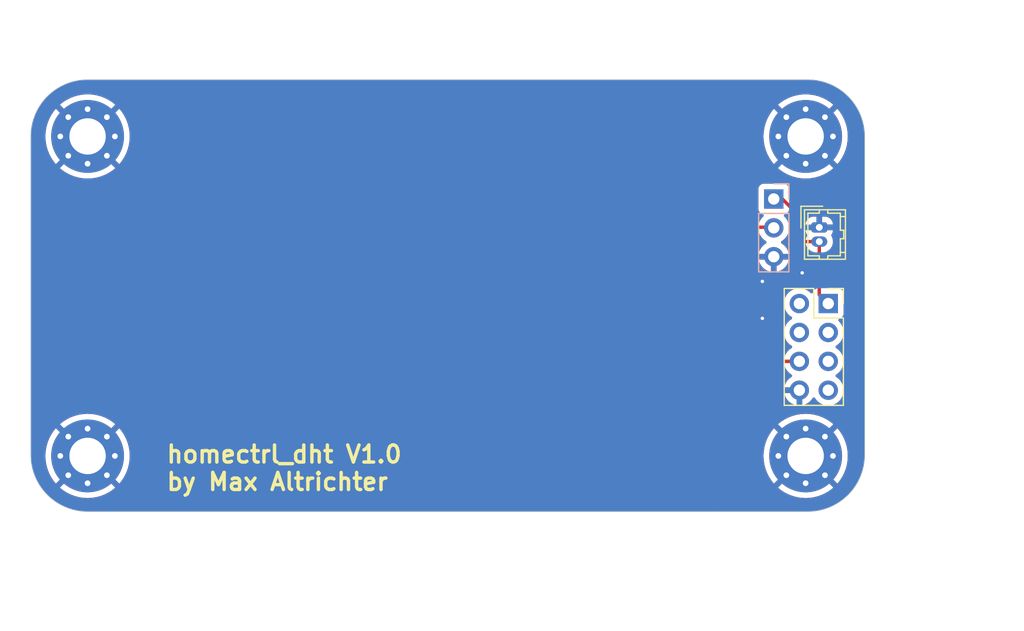
<source format=kicad_pcb>
(kicad_pcb (version 20240108) (generator "pcbnew") (generator_version "8.0")
  (layers (0 "F.Cu" signal) (31 "B.Cu" signal) (34 "B.Paste" user) (35 "F.Paste" user) (36 "B.SilkS" user "B.Silkscreen") (37 "F.SilkS" user "F.Silkscreen") (38 "B.Mask" user) (39 "F.Mask" user) (44 "Edge.Cuts" user))
  (net 0 "")
  (net 1 "VCC")
  (net 4 "GND")
  (net 5 "IO2")
  (footprint "MountingHole:MountingHole_3.2mm_M3_Pad_Via" (layer "F.Cu") (at 164.802944 103.1)
    (property "Reference" "H3" (hide yes))
    (property "Value" "MountingHole_Pad")
    (pad "1" thru_hole circle (at -2.4 0) (size 0.8 0.8) (drill 0.5) (layers "*.Cu" "*.Mask") (net 4 "GND"))
    (pad "1" thru_hole circle (at -1.697056 -1.697056) (size 0.8 0.8) (drill 0.5) (layers "*.Cu" "*.Mask") (net 4 "GND"))
    (pad "1" thru_hole circle (at -1.697056 1.697056) (size 0.8 0.8) (drill 0.5) (layers "*.Cu" "*.Mask") (net 4 "GND"))
    (pad "1" thru_hole circle (at 0 -2.4) (size 0.8 0.8) (drill 0.5) (layers "*.Cu" "*.Mask") (net 4 "GND"))
    (pad "1" thru_hole circle (at 0 0) (size 6.4 6.4) (drill 3.2) (layers "*.Cu" "*.Mask") (net 4 "GND"))
    (pad "1" thru_hole circle (at 0 2.4) (size 0.8 0.8) (drill 0.5) (layers "*.Cu" "*.Mask") (net 4 "GND"))
    (pad "1" thru_hole circle (at 1.697056 -1.697056) (size 0.8 0.8) (drill 0.5) (layers "*.Cu" "*.Mask") (net 4 "GND"))
    (pad "1" thru_hole circle (at 1.697056 1.697056) (size 0.8 0.8) (drill 0.5) (layers "*.Cu" "*.Mask") (net 4 "GND"))
    (pad "1" thru_hole circle (at 2.4 0) (size 0.8 0.8) (drill 0.5) (layers "*.Cu" "*.Mask") (net 4 "GND"))
  )
  (footprint "MountingHole:MountingHole_3.2mm_M3_Pad_Via" (layer "F.Cu") (at 164.802944 75)
    (property "Reference" "H2" (hide yes))
    (property "Value" "MountingHole_Pad")
    (pad "1" thru_hole circle (at -2.4 0) (size 0.8 0.8) (drill 0.5) (layers "*.Cu" "*.Mask") (net 4 "GND"))
    (pad "1" thru_hole circle (at -1.697056 -1.697056) (size 0.8 0.8) (drill 0.5) (layers "*.Cu" "*.Mask") (net 4 "GND"))
    (pad "1" thru_hole circle (at -1.697056 1.697056) (size 0.8 0.8) (drill 0.5) (layers "*.Cu" "*.Mask") (net 4 "GND"))
    (pad "1" thru_hole circle (at 0 -2.4) (size 0.8 0.8) (drill 0.5) (layers "*.Cu" "*.Mask") (net 4 "GND"))
    (pad "1" thru_hole circle (at 0 0) (size 6.4 6.4) (drill 3.2) (layers "*.Cu" "*.Mask") (net 4 "GND"))
    (pad "1" thru_hole circle (at 0 2.4) (size 0.8 0.8) (drill 0.5) (layers "*.Cu" "*.Mask") (net 4 "GND"))
    (pad "1" thru_hole circle (at 1.697056 -1.697056) (size 0.8 0.8) (drill 0.5) (layers "*.Cu" "*.Mask") (net 4 "GND"))
    (pad "1" thru_hole circle (at 1.697056 1.697056) (size 0.8 0.8) (drill 0.5) (layers "*.Cu" "*.Mask") (net 4 "GND"))
    (pad "1" thru_hole circle (at 2.4 0) (size 0.8 0.8) (drill 0.5) (layers "*.Cu" "*.Mask") (net 4 "GND"))
  )
  (footprint "Connector_Hirose:Hirose_DF13-02P-1.25DSA_1x02_P1.25mm_Vertical" (layer "F.Cu") (at 166 83 -90)
    (property "Reference" "J2" (hide yes))
    (property "Value" "Conn_01x02" (hide yes))
    (fp_line (start -1.86 1.61) (end 0.05 1.61) (stroke (width 0.12)) (layer "F.SilkS"))
    (fp_line (start -1.55 1.3) (end 2.8 1.3) (stroke (width 0.12)) (layer "F.SilkS"))
    (fp_line (start 2.8 1.3) (end 2.8 -2.3) (stroke (width 0.12)) (layer "F.SilkS"))
    (fp_line (start -1.25 1) (end 2.5 1) (stroke (width 0.12)) (layer "F.SilkS"))
    (fp_line (start 2.5 1) (end 2.5 0) (stroke (width 0.12)) (layer "F.SilkS"))
    (fp_line (start -1.55 0) (end -1.25 0) (stroke (width 0.12)) (layer "F.SilkS"))
    (fp_line (start -1.25 0) (end -1.25 1) (stroke (width 0.12)) (layer "F.SilkS"))
    (fp_line (start 2.5 0) (end 2.8 0) (stroke (width 0.12)) (layer "F.SilkS"))
    (fp_line (start -1.86 -0.3) (end -1.86 1.61) (stroke (width 0.12)) (layer "F.SilkS"))
    (fp_line (start -1.55 -0.75) (end -1.25 -0.75) (stroke (width 0.12)) (layer "F.SilkS"))
    (fp_line (start -1.25 -0.75) (end -1.25 -1.85) (stroke (width 0.12)) (layer "F.SilkS"))
    (fp_line (start 2.5 -0.75) (end 2.5 -1.85) (stroke (width 0.12)) (layer "F.SilkS"))
    (fp_line (start 2.8 -0.75) (end 2.5 -0.75) (stroke (width 0.12)) (layer "F.SilkS"))
    (fp_line (start -1.25 -1.85) (end -0.95 -1.85) (stroke (width 0.12)) (layer "F.SilkS"))
    (fp_line (start -0.95 -1.85) (end 0.25 -1.85) (stroke (width 0.12)) (layer "F.SilkS"))
    (fp_line (start -0.95 -1.85) (end -0.95 -2.3) (stroke (width 0.12)) (layer "F.SilkS"))
    (fp_line (start 0.25 -1.85) (end 0.25 -2.15) (stroke (width 0.12)) (layer "F.SilkS"))
    (fp_line (start 1 -1.85) (end 2.2 -1.85) (stroke (width 0.12)) (layer "F.SilkS"))
    (fp_line (start 2.2 -1.85) (end 2.2 -2.3) (stroke (width 0.12)) (layer "F.SilkS"))
    (fp_line (start 2.5 -1.85) (end 2.2 -1.85) (stroke (width 0.12)) (layer "F.SilkS"))
    (fp_line (start 0.25 -2.15) (end 1 -2.15) (stroke (width 0.12)) (layer "F.SilkS"))
    (fp_line (start 1 -2.15) (end 1 -1.85) (stroke (width 0.12)) (layer "F.SilkS"))
    (fp_line (start -1.55 -2.3) (end -1.55 1.3) (stroke (width 0.12)) (layer "F.SilkS"))
    (fp_line (start 2.8 -2.3) (end -1.55 -2.3) (stroke (width 0.12)) (layer "F.SilkS"))
    (pad "1" thru_hole roundrect (at 0 0 270) (size 0.9 1.4) (drill 0.6) (layers "*.Cu" "*.Mask") (net 4 "GND"))
    (pad "2" thru_hole oval (at 1.25 0 270) (size 0.9 1.4) (drill 0.6) (layers "*.Cu" "*.Mask") (net 1 "VCC"))
  )
  (footprint "MountingHole:MountingHole_3.2mm_M3_Pad_Via" (layer "F.Cu") (at 101.697056 103.1)
    (property "Reference" "H1" (hide yes))
    (property "Value" "MountingHole_Pad")
    (pad "1" thru_hole circle (at -2.4 0) (size 0.8 0.8) (drill 0.5) (layers "*.Cu" "*.Mask") (net 4 "GND"))
    (pad "1" thru_hole circle (at -1.697056 -1.697056) (size 0.8 0.8) (drill 0.5) (layers "*.Cu" "*.Mask") (net 4 "GND"))
    (pad "1" thru_hole circle (at -1.697056 1.697056) (size 0.8 0.8) (drill 0.5) (layers "*.Cu" "*.Mask") (net 4 "GND"))
    (pad "1" thru_hole circle (at 0 -2.4) (size 0.8 0.8) (drill 0.5) (layers "*.Cu" "*.Mask") (net 4 "GND"))
    (pad "1" thru_hole circle (at 0 0) (size 6.4 6.4) (drill 3.2) (layers "*.Cu" "*.Mask") (net 4 "GND"))
    (pad "1" thru_hole circle (at 0 2.4) (size 0.8 0.8) (drill 0.5) (layers "*.Cu" "*.Mask") (net 4 "GND"))
    (pad "1" thru_hole circle (at 1.697056 -1.697056) (size 0.8 0.8) (drill 0.5) (layers "*.Cu" "*.Mask") (net 4 "GND"))
    (pad "1" thru_hole circle (at 1.697056 1.697056) (size 0.8 0.8) (drill 0.5) (layers "*.Cu" "*.Mask") (net 4 "GND"))
    (pad "1" thru_hole circle (at 2.4 0) (size 0.8 0.8) (drill 0.5) (layers "*.Cu" "*.Mask") (net 4 "GND"))
  )
  (footprint "Connector_PinSocket_2.54mm:PinSocket_2x04_P2.54mm_Vertical" (layer "F.Cu") (at 166.79 89.7)
    (property "Reference" "J1" (hide yes))
    (property "Value" "Conn_02x04_Top_Bottom" (hide yes))
    (fp_line (start -3.87 -1.33) (end -3.87 8.95) (stroke (width 0.12)) (layer "F.SilkS"))
    (fp_line (start -3.87 -1.33) (end -1.27 -1.33) (stroke (width 0.12)) (layer "F.SilkS"))
    (fp_line (start -3.87 8.95) (end 1.33 8.95) (stroke (width 0.12)) (layer "F.SilkS"))
    (fp_line (start -1.27 -1.33) (end -1.27 1.27) (stroke (width 0.12)) (layer "F.SilkS"))
    (fp_line (start -1.27 1.27) (end 1.33 1.27) (stroke (width 0.12)) (layer "F.SilkS"))
    (fp_line (start 0 -1.33) (end 1.33 -1.33) (stroke (width 0.12)) (layer "F.SilkS"))
    (fp_line (start 1.33 -1.33) (end 1.33 0) (stroke (width 0.12)) (layer "F.SilkS"))
    (fp_line (start 1.33 1.27) (end 1.33 8.95) (stroke (width 0.12)) (layer "F.SilkS"))
    (pad "1" thru_hole rect (at 0 0) (size 1.7 1.7) (drill 1) (layers "*.Cu" "*.Mask") (net 1 "VCC"))
    (pad "2" thru_hole oval (at -2.54 0) (size 1.7 1.7) (drill 1) (layers "*.Cu" "*.Mask"))
    (pad "3" thru_hole oval (at 0 2.54) (size 1.7 1.7) (drill 1) (layers "*.Cu" "*.Mask"))
    (pad "4" thru_hole oval (at -2.54 2.54) (size 1.7 1.7) (drill 1) (layers "*.Cu" "*.Mask"))
    (pad "5" thru_hole oval (at 0 5.08) (size 1.7 1.7) (drill 1) (layers "*.Cu" "*.Mask"))
    (pad "6" thru_hole oval (at -2.54 5.08) (size 1.7 1.7) (drill 1) (layers "*.Cu" "*.Mask") (net 5 "IO2"))
    (pad "7" thru_hole oval (at 0 7.62) (size 1.7 1.7) (drill 1) (layers "*.Cu" "*.Mask"))
    (pad "8" thru_hole oval (at -2.54 7.62) (size 1.7 1.7) (drill 1) (layers "*.Cu" "*.Mask") (net 4 "GND"))
  )
  (footprint "MountingHole:MountingHole_3.2mm_M3_Pad_Via" (layer "F.Cu") (at 101.697056 75)
    (property "Reference" "H5" (hide yes))
    (property "Value" "MountingHole_Pad")
    (pad "1" thru_hole circle (at -2.4 0) (size 0.8 0.8) (drill 0.5) (layers "*.Cu" "*.Mask") (net 4 "GND"))
    (pad "1" thru_hole circle (at -1.697056 -1.697056) (size 0.8 0.8) (drill 0.5) (layers "*.Cu" "*.Mask") (net 4 "GND"))
    (pad "1" thru_hole circle (at -1.697056 1.697056) (size 0.8 0.8) (drill 0.5) (layers "*.Cu" "*.Mask") (net 4 "GND"))
    (pad "1" thru_hole circle (at 0 -2.4) (size 0.8 0.8) (drill 0.5) (layers "*.Cu" "*.Mask") (net 4 "GND"))
    (pad "1" thru_hole circle (at 0 0) (size 6.4 6.4) (drill 3.2) (layers "*.Cu" "*.Mask") (net 4 "GND"))
    (pad "1" thru_hole circle (at 0 2.4) (size 0.8 0.8) (drill 0.5) (layers "*.Cu" "*.Mask") (net 4 "GND"))
    (pad "1" thru_hole circle (at 1.697056 -1.697056) (size 0.8 0.8) (drill 0.5) (layers "*.Cu" "*.Mask") (net 4 "GND"))
    (pad "1" thru_hole circle (at 1.697056 1.697056) (size 0.8 0.8) (drill 0.5) (layers "*.Cu" "*.Mask") (net 4 "GND"))
    (pad "1" thru_hole circle (at 2.4 0) (size 0.8 0.8) (drill 0.5) (layers "*.Cu" "*.Mask") (net 4 "GND"))
  )
  (footprint "Connector_PinHeader_2.54mm:PinHeader_1x03_P2.54mm_Vertical" (layer "B.Cu") (at 162 80.5 180)
    (property "Reference" "J3" (hide yes))
    (property "Value" "Conn_01x03_MountingPin" (hide yes))
    (fp_line (start 1.33 -1.27) (end -1.33 -1.27) (stroke (width 0.12)) (layer "B.SilkS"))
    (fp_line (start 1.33 -6.41) (end 1.33 -1.27) (stroke (width 0.12)) (layer "B.SilkS"))
    (fp_line (start 1.33 -6.41) (end -1.33 -6.41) (stroke (width 0.12)) (layer "B.SilkS"))
    (fp_line (start 0 1.33) (end -1.33 1.33) (stroke (width 0.12)) (layer "B.SilkS"))
    (fp_line (start -1.33 1.33) (end -1.33 0) (stroke (width 0.12)) (layer "B.SilkS"))
    (fp_line (start -1.33 -6.41) (end -1.33 -1.27) (stroke (width 0.12)) (layer "B.SilkS"))
    (pad "1" thru_hole rect (at 0 0 180) (size 1.7 1.7) (drill 1) (layers "*.Cu" "*.Mask") (net 1 "VCC"))
    (pad "2" thru_hole oval (at 0 -2.54 180) (size 1.7 1.7) (drill 1) (layers "*.Cu" "*.Mask") (net 5 "IO2"))
    (pad "3" thru_hole oval (at 0 -5.08 180) (size 1.7 1.7) (drill 1) (layers "*.Cu" "*.Mask") (net 4 "GND"))
  )
  (gr_line (start 165 108) (end 156.697056 108) (stroke (width 0.05)) (layer "Edge.Cuts"))
  (gr_arc (start 96.697056 75) (mid 98.161522 71.464466) (end 101.697056 70) (stroke (width 0.05)) (layer "Edge.Cuts"))
  (gr_line (start 101.697056 108) (end 156.697056 108) (stroke (width 0.05)) (layer "Edge.Cuts"))
  (gr_arc (start 101.697056 108) (mid 98.161522 106.535534) (end 96.697056 103) (stroke (width 0.05)) (layer "Edge.Cuts"))
  (gr_line (start 170 103) (end 170 75) (stroke (width 0.05)) (layer "Edge.Cuts"))
  (gr_line (start 101.697056 70) (end 156.697056 70) (stroke (width 0.05)) (layer "Edge.Cuts"))
  (gr_arc (start 170 103) (mid 168.535534 106.535534) (end 165 108) (stroke (width 0.05)) (layer "Edge.Cuts"))
  (gr_arc (start 165 70) (mid 168.535534 71.464466) (end 170 75) (stroke (width 0.05)) (layer "Edge.Cuts"))
  (gr_line (start 96.697056 75) (end 96.697056 103) (stroke (width 0.05)) (layer "Edge.Cuts"))
  (gr_line (start 165 70) (end 156.697056 70) (stroke (width 0.05)) (layer "Edge.Cuts"))
  (gr_text "homectrl_dht V1.0 \nby Max Altrichter" (at 108.5 106.25 0) (layer "F.SilkS") (effects (font (size 1.5 1.5) (thickness 0.3) (bold yes)) (justify left bottom)))
  (segment (start 166 84.25) (end 164.5 84.25) (width 0.3) (layer "F.Cu") (net 1))
  (segment (start 162.75 80.5) (end 162 80.5) (width 0.3) (layer "F.Cu") (net 1))
  (segment (start 164 81.75) (end 162.75 80.5) (width 0.3) (layer "F.Cu") (net 1))
  (segment (start 164 83.75) (end 164 81.75) (width 0.3) (layer "F.Cu") (net 1))
  (segment (start 166 84.25) (end 166 88.91) (width 0.3) (layer "F.Cu") (net 1))
  (segment (start 166 88.91) (end 166.79 89.7) (width 0.3) (layer "F.Cu") (net 1))
  (segment (start 164.5 84.25) (end 164 83.75) (width 0.3) (layer "F.Cu") (net 1))
  (via (at 161 87.75) (size 0.7) (drill 0.3) (layers "F.Cu" "B.Cu") (net 4))
  (via (at 164.5 87) (size 0.7) (drill 0.3) (layers "F.Cu" "B.Cu") (net 4))
  (via (at 161 91) (size 0.7) (drill 0.3) (layers "F.Cu" "B.Cu") (net 4))
  (segment (start 162 82.985) (end 160.265 82.985) (width 0.3) (layer "F.Cu") (net 5))
  (segment (start 162.53 94.78) (end 164.25 94.78) (width 0.3) (layer "F.Cu") (net 5))
  (segment (start 159.5 91.75) (end 162.53 94.78) (width 0.3) (layer "F.Cu") (net 5))
  (segment (start 159.5 83.75) (end 159.5 91.75) (width 0.3) (layer "F.Cu") (net 5))
  (segment (start 160.265 82.985) (end 159.5 83.75) (width 0.3) (layer "F.Cu") (net 5))
  (zone (net 4) (net_name "GND") (layer "F.Cu") (connect_pads (clearance 0.5)) (min_thickness 0.25) (fill yes (thermal_gap 0.5) (thermal_bridge_width 0.5))
    (polygon (pts (xy 94 63.5) (xy 175 64.5) (xy 175.5 112.5) (xy 95 111.5)))
  )
  (zone (net 4) (net_name "GND") (layer "B.Cu") (priority 1) (connect_pads (clearance 0.5)) (min_thickness 0.25) (fill yes (thermal_gap 0.5) (thermal_bridge_width 0.5))
    (polygon (pts (xy 94 63) (xy 184 64.5) (xy 181 118.5) (xy 95.5 117.5)))
  )
)
</source>
